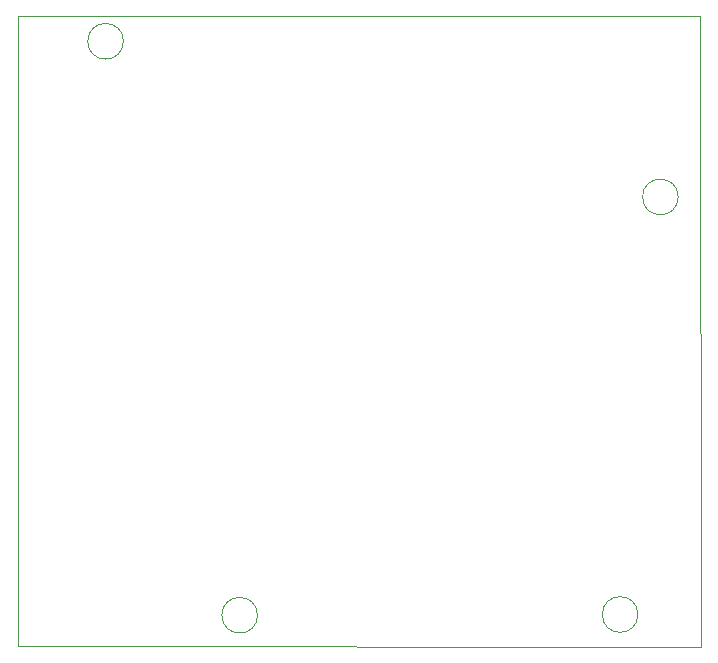
<source format=gbr>
%TF.GenerationSoftware,KiCad,Pcbnew,5.1.10-88a1d61d58~90~ubuntu21.04.1*%
%TF.CreationDate,2021-08-24T17:57:03+02:00*%
%TF.ProjectId,hendrik,68656e64-7269-46b2-9e6b-696361645f70,rev?*%
%TF.SameCoordinates,Original*%
%TF.FileFunction,Profile,NP*%
%FSLAX46Y46*%
G04 Gerber Fmt 4.6, Leading zero omitted, Abs format (unit mm)*
G04 Created by KiCad (PCBNEW 5.1.10-88a1d61d58~90~ubuntu21.04.1) date 2021-08-24 17:57:03*
%MOMM*%
%LPD*%
G01*
G04 APERTURE LIST*
%TA.AperFunction,Profile*%
%ADD10C,0.050000*%
%TD*%
%TA.AperFunction,Profile*%
%ADD11C,0.100000*%
%TD*%
G04 APERTURE END LIST*
D10*
X118918012Y-64328011D02*
G75*
G03*
X118918012Y-64328011I-1508012J0D01*
G01*
X130270001Y-112920000D02*
G75*
G03*
X130270001Y-112920000I-1508012J0D01*
G01*
X162480001Y-112860000D02*
G75*
G03*
X162480001Y-112860000I-1508012J0D01*
G01*
X165888012Y-77508011D02*
G75*
G03*
X165888012Y-77508011I-1508012J0D01*
G01*
D11*
X109982000Y-115570000D02*
X109970000Y-62220000D01*
X167780000Y-62230000D02*
X167790000Y-115580000D01*
X109970000Y-62220000D02*
X167780000Y-62230000D01*
X167790000Y-115580000D02*
X109982000Y-115570000D01*
M02*

</source>
